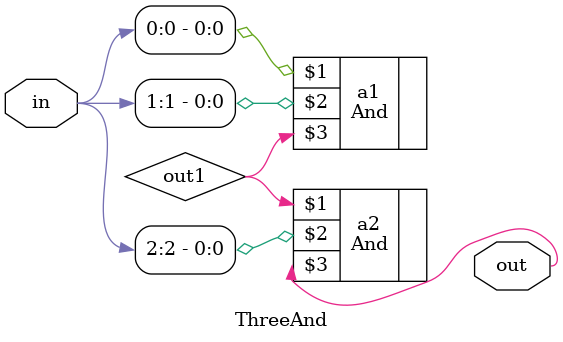
<source format=v>
module ThreeAnd (
    input [2:0] in,
    output out
);
    wire out1, out2;
    And a1(in[0], in[1], out1);
    And a2(out1, in[2], out);

endmodule


</source>
